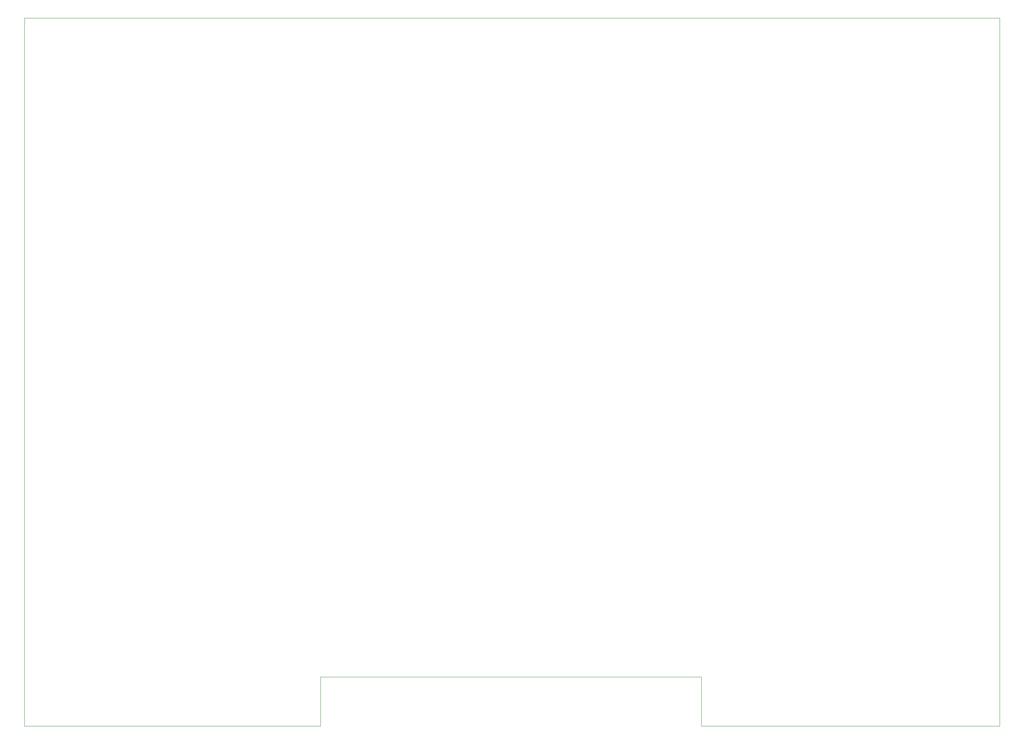
<source format=gbr>
%TF.GenerationSoftware,KiCad,Pcbnew,(5.1.10-1-10_14)*%
%TF.CreationDate,2022-02-06T20:45:04+11:00*%
%TF.ProjectId,Accumulator,41636375-6d75-46c6-9174-6f722e6b6963,rev?*%
%TF.SameCoordinates,Original*%
%TF.FileFunction,Profile,NP*%
%FSLAX46Y46*%
G04 Gerber Fmt 4.6, Leading zero omitted, Abs format (unit mm)*
G04 Created by KiCad (PCBNEW (5.1.10-1-10_14)) date 2022-02-06 20:45:04*
%MOMM*%
%LPD*%
G01*
G04 APERTURE LIST*
%TA.AperFunction,Profile*%
%ADD10C,0.050000*%
%TD*%
G04 APERTURE END LIST*
D10*
X187700000Y-175000000D02*
X255000000Y-175000000D01*
X187700000Y-163900000D02*
X187700000Y-175000000D01*
X101800000Y-163900000D02*
X187700000Y-163900000D01*
X101800000Y-175000000D02*
X101800000Y-163900000D01*
X35000000Y-175000000D02*
X101800000Y-175000000D01*
X255000000Y-15000000D02*
X255000000Y-175000000D01*
X35000000Y-15000000D02*
X255000000Y-15000000D01*
X35000000Y-175000000D02*
X35000000Y-15000000D01*
M02*

</source>
